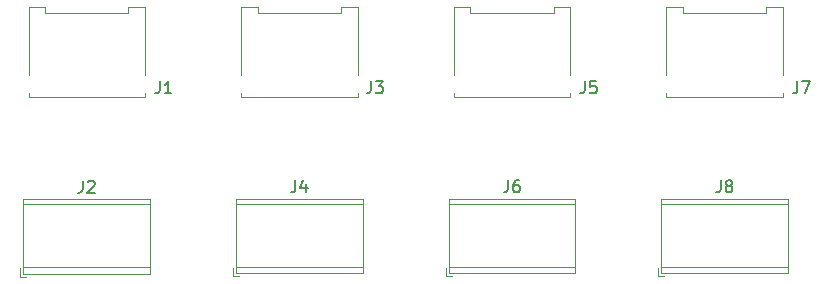
<source format=gbr>
%TF.GenerationSoftware,KiCad,Pcbnew,(6.0.4-0)*%
%TF.CreationDate,2022-07-20T14:53:48+12:00*%
%TF.ProjectId,motor-connector,6d6f746f-722d-4636-9f6e-6e6563746f72,rev?*%
%TF.SameCoordinates,PX6516e80PY5a995c0*%
%TF.FileFunction,Legend,Top*%
%TF.FilePolarity,Positive*%
%FSLAX46Y46*%
G04 Gerber Fmt 4.6, Leading zero omitted, Abs format (unit mm)*
G04 Created by KiCad (PCBNEW (6.0.4-0)) date 2022-07-20 14:53:48*
%MOMM*%
%LPD*%
G01*
G04 APERTURE LIST*
%ADD10C,0.150000*%
%ADD11C,0.120000*%
G04 APERTURE END LIST*
D10*
%TO.C,J7*%
X79666666Y23097620D02*
X79666666Y22383334D01*
X79619047Y22240477D01*
X79523809Y22145239D01*
X79380952Y22097620D01*
X79285714Y22097620D01*
X80047619Y23097620D02*
X80714285Y23097620D01*
X80285714Y22097620D01*
%TO.C,J5*%
X61666666Y23097620D02*
X61666666Y22383334D01*
X61619047Y22240477D01*
X61523809Y22145239D01*
X61380952Y22097620D01*
X61285714Y22097620D01*
X62619047Y23097620D02*
X62142857Y23097620D01*
X62095238Y22621429D01*
X62142857Y22669048D01*
X62238095Y22716667D01*
X62476190Y22716667D01*
X62571428Y22669048D01*
X62619047Y22621429D01*
X62666666Y22526191D01*
X62666666Y22288096D01*
X62619047Y22192858D01*
X62571428Y22145239D01*
X62476190Y22097620D01*
X62238095Y22097620D01*
X62142857Y22145239D01*
X62095238Y22192858D01*
%TO.C,J3*%
X43566666Y23097620D02*
X43566666Y22383334D01*
X43519047Y22240477D01*
X43423809Y22145239D01*
X43280952Y22097620D01*
X43185714Y22097620D01*
X43947619Y23097620D02*
X44566666Y23097620D01*
X44233333Y22716667D01*
X44376190Y22716667D01*
X44471428Y22669048D01*
X44519047Y22621429D01*
X44566666Y22526191D01*
X44566666Y22288096D01*
X44519047Y22192858D01*
X44471428Y22145239D01*
X44376190Y22097620D01*
X44090476Y22097620D01*
X43995238Y22145239D01*
X43947619Y22192858D01*
%TO.C,J8*%
X73161666Y14707620D02*
X73161666Y13993334D01*
X73114047Y13850477D01*
X73018809Y13755239D01*
X72875952Y13707620D01*
X72780714Y13707620D01*
X73780714Y14279048D02*
X73685476Y14326667D01*
X73637857Y14374286D01*
X73590238Y14469524D01*
X73590238Y14517143D01*
X73637857Y14612381D01*
X73685476Y14660000D01*
X73780714Y14707620D01*
X73971190Y14707620D01*
X74066428Y14660000D01*
X74114047Y14612381D01*
X74161666Y14517143D01*
X74161666Y14469524D01*
X74114047Y14374286D01*
X74066428Y14326667D01*
X73971190Y14279048D01*
X73780714Y14279048D01*
X73685476Y14231429D01*
X73637857Y14183810D01*
X73590238Y14088572D01*
X73590238Y13898096D01*
X73637857Y13802858D01*
X73685476Y13755239D01*
X73780714Y13707620D01*
X73971190Y13707620D01*
X74066428Y13755239D01*
X74114047Y13802858D01*
X74161666Y13898096D01*
X74161666Y14088572D01*
X74114047Y14183810D01*
X74066428Y14231429D01*
X73971190Y14279048D01*
%TO.C,J6*%
X55161666Y14707620D02*
X55161666Y13993334D01*
X55114047Y13850477D01*
X55018809Y13755239D01*
X54875952Y13707620D01*
X54780714Y13707620D01*
X56066428Y14707620D02*
X55875952Y14707620D01*
X55780714Y14660000D01*
X55733095Y14612381D01*
X55637857Y14469524D01*
X55590238Y14279048D01*
X55590238Y13898096D01*
X55637857Y13802858D01*
X55685476Y13755239D01*
X55780714Y13707620D01*
X55971190Y13707620D01*
X56066428Y13755239D01*
X56114047Y13802858D01*
X56161666Y13898096D01*
X56161666Y14136191D01*
X56114047Y14231429D01*
X56066428Y14279048D01*
X55971190Y14326667D01*
X55780714Y14326667D01*
X55685476Y14279048D01*
X55637857Y14231429D01*
X55590238Y14136191D01*
%TO.C,J4*%
X37161666Y14707620D02*
X37161666Y13993334D01*
X37114047Y13850477D01*
X37018809Y13755239D01*
X36875952Y13707620D01*
X36780714Y13707620D01*
X38066428Y14374286D02*
X38066428Y13707620D01*
X37828333Y14755239D02*
X37590238Y14040953D01*
X38209285Y14040953D01*
%TO.C,J2*%
X19161666Y14685120D02*
X19161666Y13970834D01*
X19114047Y13827977D01*
X19018809Y13732739D01*
X18875952Y13685120D01*
X18780714Y13685120D01*
X19590238Y14589881D02*
X19637857Y14637500D01*
X19733095Y14685120D01*
X19971190Y14685120D01*
X20066428Y14637500D01*
X20114047Y14589881D01*
X20161666Y14494643D01*
X20161666Y14399405D01*
X20114047Y14256548D01*
X19542619Y13685120D01*
X20161666Y13685120D01*
%TO.C,J1*%
X25666666Y23097620D02*
X25666666Y22383334D01*
X25619047Y22240477D01*
X25523809Y22145239D01*
X25380952Y22097620D01*
X25285714Y22097620D01*
X26666666Y22097620D02*
X26095238Y22097620D01*
X26380952Y22097620D02*
X26380952Y23097620D01*
X26285714Y22954762D01*
X26190476Y22859524D01*
X26095238Y22811905D01*
D11*
%TO.C,J7*%
X77015000Y29395000D02*
X78435000Y29395000D01*
X68565000Y29395000D02*
X69985000Y29395000D01*
X68565000Y21805000D02*
X78435000Y21805000D01*
X78435000Y21805000D02*
X78435000Y22115000D01*
X77015000Y28895000D02*
X77015000Y29395000D01*
X68565000Y22115000D02*
X68565000Y21805000D01*
X78435000Y29395000D02*
X78435000Y23635000D01*
X69985000Y29395000D02*
X69985000Y28895000D01*
X69985000Y28895000D02*
X77015000Y28895000D01*
X68565000Y23635000D02*
X68565000Y29395000D01*
%TO.C,J5*%
X59015000Y29395000D02*
X60435000Y29395000D01*
X50565000Y29395000D02*
X51985000Y29395000D01*
X50565000Y21805000D02*
X60435000Y21805000D01*
X60435000Y21805000D02*
X60435000Y22115000D01*
X59015000Y28895000D02*
X59015000Y29395000D01*
X50565000Y22115000D02*
X50565000Y21805000D01*
X60435000Y29395000D02*
X60435000Y23635000D01*
X51985000Y29395000D02*
X51985000Y28895000D01*
X51985000Y28895000D02*
X59015000Y28895000D01*
X50565000Y23635000D02*
X50565000Y29395000D01*
%TO.C,J3*%
X41015000Y29395000D02*
X42435000Y29395000D01*
X32565000Y29395000D02*
X33985000Y29395000D01*
X32565000Y21805000D02*
X42435000Y21805000D01*
X42435000Y21805000D02*
X42435000Y22115000D01*
X41015000Y28895000D02*
X41015000Y29395000D01*
X32565000Y22115000D02*
X32565000Y21805000D01*
X42435000Y29395000D02*
X42435000Y23635000D01*
X33985000Y29395000D02*
X33985000Y28895000D01*
X33985000Y28895000D02*
X41015000Y28895000D01*
X32565000Y23635000D02*
X32565000Y29395000D01*
%TO.C,J8*%
X68125000Y12700000D02*
X78865000Y12700000D01*
X78865000Y13160000D02*
X78865000Y6840000D01*
X68125000Y7400000D02*
X78865000Y7400000D01*
X68125000Y6840000D02*
X78865000Y6840000D01*
X67885000Y7340000D02*
X67885000Y6600000D01*
X68125000Y13160000D02*
X68125000Y6840000D01*
X67885000Y6600000D02*
X68385000Y6600000D01*
X68125000Y13160000D02*
X78865000Y13160000D01*
%TO.C,J6*%
X50125000Y12700000D02*
X60865000Y12700000D01*
X60865000Y13160000D02*
X60865000Y6840000D01*
X50125000Y7400000D02*
X60865000Y7400000D01*
X50125000Y6840000D02*
X60865000Y6840000D01*
X49885000Y7340000D02*
X49885000Y6600000D01*
X50125000Y13160000D02*
X50125000Y6840000D01*
X49885000Y6600000D02*
X50385000Y6600000D01*
X50125000Y13160000D02*
X60865000Y13160000D01*
%TO.C,J4*%
X32125000Y12700000D02*
X42865000Y12700000D01*
X42865000Y13160000D02*
X42865000Y6840000D01*
X32125000Y7400000D02*
X42865000Y7400000D01*
X32125000Y6840000D02*
X42865000Y6840000D01*
X31885000Y7340000D02*
X31885000Y6600000D01*
X32125000Y13160000D02*
X32125000Y6840000D01*
X31885000Y6600000D02*
X32385000Y6600000D01*
X32125000Y13160000D02*
X42865000Y13160000D01*
%TO.C,J2*%
X14125000Y12677500D02*
X24865000Y12677500D01*
X24865000Y13137500D02*
X24865000Y6817500D01*
X14125000Y7377500D02*
X24865000Y7377500D01*
X14125000Y6817500D02*
X24865000Y6817500D01*
X13885000Y7317500D02*
X13885000Y6577500D01*
X14125000Y13137500D02*
X14125000Y6817500D01*
X13885000Y6577500D02*
X14385000Y6577500D01*
X14125000Y13137500D02*
X24865000Y13137500D01*
%TO.C,J1*%
X15985000Y28880000D02*
X23015000Y28880000D01*
X14565000Y23620000D02*
X14565000Y29380000D01*
X14565000Y29380000D02*
X15985000Y29380000D01*
X14565000Y21790000D02*
X24435000Y21790000D01*
X24435000Y21790000D02*
X24435000Y22100000D01*
X15985000Y29380000D02*
X15985000Y28880000D01*
X24435000Y29380000D02*
X24435000Y23620000D01*
X14565000Y22100000D02*
X14565000Y21790000D01*
X23015000Y29380000D02*
X24435000Y29380000D01*
X23015000Y28880000D02*
X23015000Y29380000D01*
%TD*%
M02*

</source>
